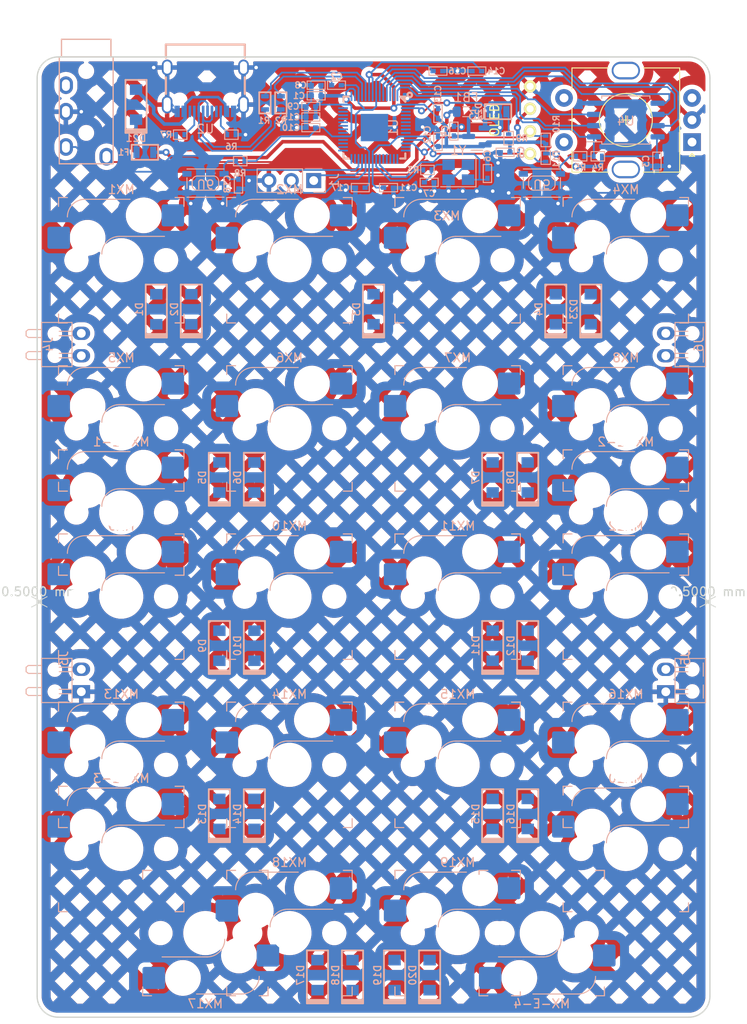
<source format=kicad_pcb>
(kicad_pcb (version 20211014) (generator pcbnew)
  (layers (0 "F.Cu" signal) (31 "B.Cu" signal) (34 "B.Paste" user) (35 "F.Paste" user) (36 "B.SilkS" user "B.Silkscreen") (37 "F.SilkS" user "F.Silkscreen") (38 "B.Mask" user) (39 "F.Mask" user) (44 "Edge.Cuts" user))
  (net 0 "")
  (net 1 "GND")
  (net 2 "+3V3")
  (net 3 "+1V1")
  (net 4 "+5V")
  (net 5 "OSC_OUT")
  (net 6 "OSC_IN")
  (net 7 "RUN")
  (net 8 "ROW0")
  (net 9 "ROW1")
  (net 10 "ROW2")
  (net 11 "ROW3")
  (net 12 "ROW4")
  (net 13 "VBUS")
  (net 14 "Net-(D22-Pad2)")
  (net 15 "USER_LED")
  (net 16 "Net-(F1-Pad2)")
  (net 17 "SWD")
  (net 18 "SWCLK")
  (net 19 "COL3")
  (net 20 "COL0")
  (net 21 "COL2")
  (net 22 "COL1")
  (net 23 "USB+")
  (net 24 "USB_MCU+")
  (net 25 "USB-")
  (net 26 "USB_MCU-")
  (net 27 "XOUT_MCU")
  (net 28 "QSPI_SS")
  (net 29 "Net-(R5-Pad2)")
  (net 30 "CC2")
  (net 31 "CC1")
  (net 39 "SDA")
  (net 40 "SCL")
  (net 41 "CLM8")
  (net 42 "CLM9")
  (net 43 "CLM10")
  (net 44 "CLM1")
  (net 45 "CLM2")
  (net 46 "CLM3")
  (net 47 "CLM6")
  (net 48 "CLM11")
  (net 50 "CLM12")
  (net 51 "CLM13")
  (net 52 "ROW5")
  (net 53 "QSPI_SD3")
  (net 54 "QSPI_SCLK")
  (net 55 "QSPI_SD0")
  (net 56 "QSPI_SD2")
  (net 57 "QSPI_SD1")
  (net 58 "Net-(D12-Pad2)")
  (net 59 "Net-(D13-Pad2)")
  (net 60 "Net-(D14-Pad2)")
  (net 61 "Net-(D15-Pad2)")
  (net 62 "Net-(D16-Pad2)")
  (net 63 "Net-(D17-Pad2)")
  (net 64 "Net-(D18-Pad2)")
  (net 65 "Net-(D19-Pad2)")
  (net 66 "Net-(D20-Pad2)")
  (net 67 "Net-(D1-Pad2)")
  (net 68 "Net-(D2-Pad2)")
  (net 69 "Net-(D3-Pad2)")
  (net 70 "Net-(D4-Pad2)")
  (net 71 "Net-(D5-Pad2)")
  (net 72 "Net-(D6-Pad2)")
  (net 73 "Net-(D7-Pad2)")
  (net 74 "Net-(D8-Pad2)")
  (net 75 "Net-(D9-Pad2)")
  (net 76 "Net-(D10-Pad2)")
  (net 77 "Net-(D11-Pad2)")
  (net 78 "Net-(D21-Pad1)")
  (net 81 "Net-(D23-Pad2)")
  (net 82 "encB")
  (net 83 "encA")
  (footprint "Switch_Keyboard_Hotswap_Kailh:SW_Hotswap_Kailh_MX_1.00u_Extras" (layer "F.Cu") (at 49.2125 115.09375)
    (fp_text reference "MX-E-3")
    (fp_text value "MX-2U")
  )
  (footprint "Switch_Keyboard_Hotswap_Kailh:SW_Hotswap_Kailh_MX_1.00u_Modified" (layer "F.Cu") (at 49.2125 67.46875)
    (fp_text reference "MX5")
    (fp_text value "MX-1U")
  )
  (footprint "Switch_Keyboard_Hotswap_Kailh:SW_Hotswap_Kailh_MX_1.00u_Modified" (layer "F.Cu") (at 87.3125 105.56875)
    (fp_text reference "MX15")
    (fp_text value "MX-1U")
  )
  (footprint "Switch_Keyboard_Hotswap_Kailh:SW_Hotswap_Kailh_MX_1.00u_Modified" (layer "F.Cu") (at 49.2125 86.51875)
    (fp_text reference "MX9")
    (fp_text value "MX-1U")
  )
  (footprint "Switch_Keyboard_Hotswap_Kailh:SW_Hotswap_Kailh_MX_1.00u_Extras" (layer "F.Cu") (at 106.3625 76.99375)
    (fp_text reference "MX-E-2")
    (fp_text value "MX-2U")
  )
  (footprint "Switch_Keyboard_Hotswap_Kailh:SW_Hotswap_Kailh_MX_1.00u_Extras" (layer "F.Cu") (at 49.2125 76.99375)
    (fp_text reference "MX-E-1")
    (fp_text value "MX-2U")
  )
  (footprint "Switch_Keyboard_Hotswap_Kailh:SW_Hotswap_Kailh_MX_1.00u_Modified" (layer "F.Cu") (at 87.3125 48.41875)
    (fp_text reference "MX3")
    (fp_text value "MX-1U")
  )
  (footprint "Switch_Keyboard_Hotswap_Kailh:SW_Hotswap_Kailh_MX_1.00u_Modified" (layer "F.Cu") (at 68.2625 67.46875)
    (fp_text reference "MX6")
    (fp_text value "MX-1U")
  )
  (footprint "Switch_Keyboard_Hotswap_Kailh:SW_Hotswap_Kailh_MX_1.00u_Modified" (layer "F.Cu") (at 68.2625 48.41875)
    (fp_text reference "MX2")
    (fp_text value "MX-1U")
  )
  (footprint "Switch_Keyboard_Hotswap_Kailh:SW_Hotswap_Kailh_MX_1.00u_Extras" (layer "F.Cu") (at 96.8375 124.61875 180)
    (fp_text reference "MX-E-4")
    (fp_text value "MX-2U")
  )
  (footprint "Switch_Keyboard_Hotswap_Kailh:SW_Hotswap_Kailh_MX_1.00u_Modified" (layer "F.Cu") (at 68.2625 105.56875)
    (fp_text reference "MX14")
    (fp_text value "MX-1U")
  )
  (footprint "Switch_Keyboard_Hotswap_Kailh:SW_Hotswap_Kailh_MX_1.00u_Modified" (layer "F.Cu") (at 87.3125 86.51875)
    (fp_text reference "MX11")
    (fp_text value "MX-1U")
  )
  (footprint "Switch_Keyboard_Hotswap_Kailh:SW_Hotswap_Kailh_MX_1.00u_Extras" (layer "F.Cu") (at 58.7375 124.61875 180)
    (fp_text reference "MX17")
    (fp_text value "MX-2U")
  )
  (footprint "Switch_Keyboard_Hotswap_Kailh:SW_Hotswap_Kailh_MX_1.00u_Modified" (layer "F.Cu") (at 106.3625 105.56875)
    (fp_text reference "MX16")
    (fp_text value "MX-1U")
  )
  (footprint "Switch_Keyboard_Hotswap_Kailh:SW_Hotswap_Kailh_MX_1.00u_Modified" (layer "F.Cu") (at 106.3625 86.51875)
    (fp_text reference "MX12")
    (fp_text value "MX-1U")
  )
  (footprint "Switch_Keyboard_Hotswap_Kailh:SW_Hotswap_Kailh_MX_1.00u_Modified" (layer "F.Cu") (at 68.2625 124.61875)
    (fp_text reference "MX18")
    (fp_text value "MX-1U")
  )
  (footprint "Switch_Keyboard_Hotswap_Kailh:SW_Hotswap_Kailh_MX_1.00u_Modified" (layer "F.Cu") (at 68.2625 86.51875)
    (fp_text reference "MX10")
    (fp_text value "MX-1U")
  )
  (footprint "Keebio-Parts:RotaryEncoder_EC11" (layer "F.Cu") (at 106.3625 32.54375 180)
    (fp_text reference "SW1")
    (fp_text value "RotaryEncoder_Switch")
  )
  (footprint "Switch_Keyboard_Hotswap_Kailh:SW_Hotswap_Kailh_MX_1.00u_Modified" (layer "F.Cu") (at 106.3625 67.46875)
    (fp_text reference "MX8")
    (fp_text value "MX-1U")
  )
  (footprint "Switch_Keyboard_Hotswap_Kailh:SW_Hotswap_Kailh_MX_1.00u_Modified" (layer "F.Cu") (at 87.3125 67.46875)
    (fp_text reference "MX7")
    (fp_text value "MX-1U")
  )
  (footprint "Switch_Keyboard_Hotswap_Kailh:SW_Hotswap_Kailh_MX_1.00u_Modified" (layer "F.Cu") (at 87.3125 124.61875)
    (fp_text reference "MX19")
    (fp_text value "MX-1U")
  )
  (footprint "Switch_Keyboard_Hotswap_Kailh:SW_Hotswap_Kailh_MX_1.00u_Modified" (layer "F.Cu") (at 106.3625 48.41875)
    (fp_text reference "MX4")
    (fp_text value "MX-1U")
  )
  (footprint "kbd:OLED_v2" (layer "F.Cu") (at 95.5175 32.54375 90)
    (fp_text reference "OL1")
    (fp_text value "OLED" hide)
  )
  (footprint "Switch_Keyboard_Hotswap_Kailh:SW_Hotswap_Kailh_MX_1.00u_Modified" (layer "F.Cu") (at 49.2125 48.41875)
    (fp_text reference "MX1")
    (fp_text value "MX-1U")
  )
  (footprint "Switch_Keyboard_Hotswap_Kailh:SW_Hotswap_Kailh_MX_1.00u_Modified" (layer "F.Cu") (at 49.2125 105.56875)
    (fp_text reference "MX13")
    (fp_text value "MX-1U")
  )
  (footprint "Switch_Keyboard_Hotswap_Kailh:SW_Hotswap_Kailh_MX_1.00u_Extras" (layer "F.Cu") (at 106.3625 115.09375)
    (fp_text reference "MX20")
    (fp_text value "MX-2U")
  )
  (footprint "Inductor_SMD:L_0805_2012Metric" (layer "B.Cu") (at 88.2875 31.6)
    (fp_text reference "FB1")
    (fp_text value "100@100MHz")
  )
  (footprint "Keebio-Parts:D_SOD123" (layer "B.Cu") (at 64.29375 111.125 90)
    (fp_text reference "D14")
    (fp_text value "1N4148W" hide)
  )
  (footprint "Keebio-Parts:C_0402" (layer "B.Cu") (at 70.6875 33.4 180)
    (fp_text reference "C10")
    (fp_text value "100nF")
  )
  (footprint "Keebio-Parts:D_SOD123" (layer "B.Cu") (at 98.425 53.975 90)
    (fp_text reference "D4")
    (fp_text value "1N4148W" hide)
  )
  (footprint "Keebio-Parts:D_SOD123" (layer "B.Cu") (at 95.25 73.025 90)
    (fp_text reference "D8")
    (fp_text value "1N4148W" hide)
  )
  (footprint "Extras:1x02_2.54_Pogo Male GND" (layer "B.Cu") (at 40.1875 93.51375)
    (fp_text reference "J3")
    (fp_text value "POGOm1")
  )
  (footprint "Keebio-Parts:R_0805" (layer "B.Cu") (at 91.8875 31.6)
    (fp_text reference "D22")
    (fp_text value "Power LED (Blue)")
  )
  (footprint "Keebio-Parts:C_0402" (layer "B.Cu") (at 70.6875 32.2 180)
    (fp_text reference "C15")
    (fp_text value "100nF")
  )
  (footprint "Keebio-Parts:C_0402" (layer "B.Cu") (at 86.8875 33.8 90)
    (fp_text reference "C4")
    (fp_text value "1uF")
  )
  (footprint "Keebio-Parts:D_SOD123" (layer "B.Cu") (at 102.39375 53.975 90)
    (fp_text reference "D23")
    (fp_text value "1N4148W" hide)
  )
  (footprint "Keebio-Parts:C_0402" (layer "B.Cu") (at 76.2875 40.2 180)
    (fp_text reference "C17")
    (fp_text value "100nF")
  )
  (footprint "Keebio-Parts:D_SOD123" (layer "B.Cu") (at 64.29375 92.075 90)
    (fp_text reference "D10")
    (fp_text value "1N4148W" hide)
  )
  (footprint "Keebio-Parts:D_SOD123" (layer "B.Cu") (at 91.28125 111.125 90)
    (fp_text reference "D15")
    (fp_text value "1N4148W" hide)
  )
  (footprint "Keebio-Parts:D_SOD123" (layer "B.Cu") (at 95.25 92.075 90)
    (fp_text reference "D12")
    (fp_text value "1N4148W" hide)
  )
  (footprint "Keebio-Parts:D_SOD123" (layer "B.Cu") (at 53.18125 53.975 90)
    (fp_text reference "D1")
    (fp_text value "1N4148W" hide)
  )
  (footprint "Keebio-Parts:D_SOD123" (layer "B.Cu") (at 77.7875 53.975 90)
    (fp_text reference "D3")
    (fp_text value "1N4148W" hide)
  )
  (footprint "Keebio-Parts:R_0402" (layer "B.Cu") (at 103.1875 36.65 180)
    (fp_text reference "R4")
    (fp_text value "10k ohm")
  )
  (footprint "Package_TO_SOT_SMD:SOT-23" (layer "B.Cu") (at 89.4875 34.4 180)
    (fp_text reference "U3")
    (fp_text value "XC6206PxxxMR")
  )
  (footprint "Extras:3x4x2.5mm Micro Switch" (layer "B.Cu") (at 96.8375 39.6875)
    (fp_text reference "U5")
    (fp_text value "USB Boot")
  )
  (footprint "Keebio-Parts:R_0402" (layer "B.Cu") (at 93.0875 34.6 90)
    (fp_text reference "R9")
    (fp_text value "1k5 ohm")
  )
  (footprint "Keebio-Parts:R_0402" (layer "B.Cu") (at 97.2875 36.8 -90)
    (fp_text reference "R11")
    (fp_text value "4.7k")
  )
  (footprint "Extras:rp2040" (layer "B.Cu") (at 77.8875 33.4 180)
    (fp_text reference "U1")
    (fp_text value "RP2040")
  )
  (footprint "Keebio-Parts:R_0402" (layer "B.Cu") (at 55.8875 34.2 180)
    (fp_text reference "R7")
    (fp_text value "5.1k")
  )
  (footprint "Keebio-Parts:D_SOD123" (layer "B.Cu") (at 50.8875 30.8 90)
    (fp_text reference "D21")
    (fp_text value "Schottky 5819W" hide)
  )
  (footprint "Keebio-Parts:D_SOD123" (layer "B.Cu") (at 71.4375 129.38125 90)
    (fp_text reference "D17")
    (fp_text value "1N4148W" hide)
  )
  (footprint "Keebio-Parts:D_SOD123" (layer "B.Cu") (at 75.40625 129.38125 90)
    (fp_text reference "D18")
    (fp_text value "1N4148W" hide)
  )
  (footprint "Keebio-Parts:D_SOD123" (layer "B.Cu") (at 60.325 92.075 90)
    (fp_text reference "D9")
    (fp_text value "1N4148W" hide)
  )
  (footprint "Keebio-Parts:D_SOD123" (layer "B.Cu") (at 84.1375 129.38125 90)
    (fp_text reference "D20")
    (fp_text value "1N4148W" hide)
  )
  (footprint "Keebio-Parts:C_0402" (layer "B.Cu") (at 85.0875 31.8 90)
    (fp_text reference "C13")
    (fp_text value "100nF")
  )
  (footprint "Keebio-Parts:D_SOD123" (layer "B.Cu") (at 60.325 73.025 90)
    (fp_text reference "D5")
    (fp_text value "1N4148W" hide)
  )
  (footprint "Keebio-Parts:C_0402" (layer "B.Cu") (at 71.2875 28.6 180)
    (fp_text reference "C8")
    (fp_text value "100nF")
  )
  (footprint "Extras:1x02_2.54_Pogo Female" (layer "B.Cu") (at 115.3875 55.47)
    (fp_text reference "J6")
    (fp_text value "POGOf2")
  )
  (footprint "Keebio-Parts:C_0402" (layer "B.Cu") (at 73.5875 28.6 180)
    (fp_text reference "C2")
    (fp_text value "1uF")
  )
  (footprint "Keebio-Parts:Fuse_0805" (layer "B.Cu") (at 51.8875 36.2)
    (fp_text reference "F1")
    (fp_text value "TLC_PSMD050")
  )
  (footprint "Keebio-Parts:R_0402" (layer "B.Cu") (at 83.8875 38.2 180)
    (fp_text reference "R3")
    (fp_text value "1k ohm")
  )
  (footprint "Keebio-Parts:R_0402" (layer "B.Cu") (at 101.1875 36.65 180)
    (fp_text reference "R5")
    (fp_text value "1k ohm")
  )
  (footprint "Keebio-Parts:C_0402" (layer "B.Cu") (at 84.0875 39.6)
    (fp_text reference "C7")
    (fp_text value "30pF")
  )
  (footprint "Keebio-Parts:R_0603" (layer "B.Cu") (at 65.4875 30.6 -90)
    (fp_text reference "R1")
    (fp_text value "27 ohm")
  )
  (footprint "Keebio-Parts:R_0402" (layer "B.Cu") (at 97.2875 34.8 90)
    (fp_text reference "R10")
    (fp_text value "4.7k")
  )
  (footprint "Keebio-Parts:C_0402" (layer "B.Cu") (at 85.0875 27)
    (fp_text reference "C16")
    (fp_text value "100nF")
  )
  (footprint "Keebio-Parts:D_SOD123" (layer "B.Cu") (at 64.29375 73.025 90)
    (fp_text reference "D6")
    (fp_text value "1N4148W" hide)
  )
  (footprint "Keebio-Parts:R_0402" (layer "B.Cu") (at 62.6875 37.2)
    (fp_text reference "R8")
    (fp_text value "10k ohm")
  )
  (footprint "Keebio-Parts:D_SOD123" (layer "B.Cu") (at 91.28125 92.075 90)
    (fp_text reference "D11")
    (fp_text value "1N4148W" hide)
  )
  (footprint "Keebio-Parts:D_SOD123" (layer "B.Cu") (at 60.325 111.125 90)
    (fp_text reference "D13")
    (fp_text value "1N4148W" hide)
  )
  (footprint "Keebio-Parts:C_0402" (layer "B.Cu") (at 90.6875 38.6 90)
    (fp_text reference "C6")
    (fp_text value "30pF")
  )
  (footprint "Keebio-Parts:D_SOD123" (layer "B.Cu") (at 80.16875 129.38125 90)
    (fp_text reference "D19")
    (fp_text value "1N4148W" hide)
  )
  (footprint "Keebio-Parts:C_0402" (layer "B.Cu") (at 85.0875 35 90)
    (fp_text reference "C12")
    (fp_text value "100nF")
  )
  (footprint "Keebio-Parts:C_0402" (layer "B.Cu") (at 92.6875 36.2 180)
    (fp_text reference "C5")
    (fp_text value "1uF")
  )
  (footprint "Connector_PinHeader_2.54mm:PinHeader_1x03_P2.54mm_Vertical" (layer "B.Cu") (at 71.0125 39.4 90)
    (fp_text reference "J1")
    (fp_text value "Conn_01x03")
  )
  (footprint "Crystal:Crystal_SMD_3225-4Pin_3.2x2.5mm" (layer "B.Cu") (at 87.3875 38.45 180)
    (fp_text reference "Y1")
    (fp_text value "12MHz - 20pF")
  )
  (footprint "Keebio-Parts:D_SOD123" (layer "B.Cu") (at 57.15 53.975 90)
    (fp_text reference "D2")
    (fp_text value "1N4148W" hide)
  )
  (footprint "Extras:3x4x2.5mm Micro Switch" (layer "B.Cu") (at 58.7375 39.6875)
    (fp_text reference "U6")
    (fp_text value "Reset")
  )
  (footprint "Keebio-Parts:R_0603" (layer "B.Cu") (at 67.2875 30.6 -90)
    (fp_text reference "R2")
    (fp_text value "27 ohm")
  )
  (footprint "Keebio-Parts:D_SOD123" (layer "B.Cu") (at 95.25 111.125 90)
    (fp_text reference "D16")
    (fp_text value "1N4148W" hide)
  )
  (footprint "Extras:1x02_2.54_Pogo Male" (layer "B.Cu") (at 40.1875 55.47)
    (fp_text reference "J4")
    (fp_text value "POGOm2")
  )
  (footprint "Keebio-Parts:C_0402" (layer "B.Cu") (at 79.4875 40.2)
    (fp_text reference "C11")
    (fp_text value "100nF")
  )
  (footprint "Keebio-Parts:C_0402" (layer "B.Cu") (at 62.4875 39.8 -90)
    (fp_text reference "C18")
    (fp_text value "0.1 uF")
  )
  (footprint "Keebio-Parts:TRRS-PJ-320A" (layer "B.Cu") (at 45.24375 25.4 180)
    (fp_text reference "U7")
    (fp_text value "TRRS")
  )
  (footprint "Keebio-Parts:D_SOD123" (layer "B.Cu") (at 91.28125 73.025 90)
    (fp_text reference "D7")
    (fp_text value "1N4148W" hide)
  )
  (footprint "Keebio-Parts:C_0402" (layer "B.Cu") (at 89.4875 27 180)
    (fp_text reference "C14")
    (fp_text value "100nF")
  )
  (footprint "Keebio-Parts:C_0402" (layer "B.Cu") (at 70.6875 31 180)
    (fp_text reference "C9")
    (fp_text value "100nF")
  )
  (footprint "Keebio-Parts:R_0402" (layer "B.Cu") (at 61.6875 34.2)
    (fp_text reference "R6")
    (fp_text value "5.1k")
  )
  (footprint "Extras:1x02_2.54_Pogo Female GND" (layer "B.Cu") (at 115.3875 93.50375)
    (fp_text reference "J5")
    (fp_text value "POGOf1")
  )
  (footprint "Package_SO:SOIC-8_5.23x5.23mm_P1.27mm" (layer "B.Cu") (at 106.3625 32.54375)
    (fp_text reference "U4")
    (fp_text value "W25Q128JVS")
  )
  (footprint "Keebio-Parts:C_0402" (layer "B.Cu") (at 71.2875 29.8 180)
    (fp_text reference "C1")
    (fp_text value "1uF")
  )
  (footprint "Extras:simple-usb-c" (layer "B.Cu") (at 58.7375 27.78125)
    (fp_text reference "U2")
    (fp_text value "TYPE-C-31-M-12")
  )
  (footprint "Keebio-Parts:C_0402" (layer "B.Cu") (at 109.8875 37.2 -90)
    (fp_text reference "C3")
    (fp_text value "0.1 uF")
  )
  (gr_line (start 115.8875 84.93125) (end 115.8875 131.7625) (layer "Edge.Cuts") (width 0.15))
  (gr_line (start 113.50625 134.14375) (end 42.06875 134.14375) (layer "Edge.Cuts") (width 0.15))
  (gr_line (start 113.50625 25.4) (end 42.06875 25.4) (layer "Edge.Cuts") (width 0.15))
  (gr_arc (start 42.06875 134.14375) (mid 40.384934 133.446301) (end 39.6875 131.7625) (layer "Edge.Cuts") (width 0.15))
  (gr_arc (start 115.8875 131.7625) (mid 115.19003 133.446266) (end 113.50625 134.14375) (layer "Edge.Cuts") (width 0.15))
  (gr_line (start 39.6875 84.93125) (end 39.6875 27.78125) (layer "Edge.Cuts") (width 0.15))
  (gr_arc (start 39.6875 27.78125) (mid 40.384993 26.097493) (end 42.06875 25.4) (layer "Edge.Cuts") (width 0.15))
  (gr_line (start 39.6875 131.7625) (end 39.6875 84.93125) (layer "Edge.Cuts") (width 0.15))
  (gr_arc (start 113.50625 25.4) (mid 115.189986 26.097499) (end 115.8875 27.78125) (layer "Edge.Cuts") (width 0.15))
  (gr_line (start 115.8875 27.78125) (end 115.8875 84.93125) (layer "Edge.Cuts") (width 0.15))
  (dimension (type aligned) (layer "Edge.Cuts") (pts (xy 115.3875 88.10625) (xy 115.8875 88.10625)) (height -0.999999) (gr_text "0.5000 mm" (at 115.6375 85.956251) (layer "Edge.Cuts") (effects (font (size 1 1) (thickness 0.15)))) (format (units 3) (units_format 1) (precision 4)) (style (thickness 0.1) (arrow_length 1.27) (text_position_mode 0) (extension_height 0.58642) (extension_offset 0.5) keep_text_aligned))
  (dimension (type aligned) (layer "Edge.Cuts") (pts (xy 39.6875 88.10625) (xy 40.1875 88.10625)) (height -0.999999) (gr_text "0.5000 mm" (at 39.9375 85.956251) (layer "Edge.Cuts") (effects (font (size 1 1) (thickness 0.15)))) (format (units 3) (units_format 1) (precision 4)) (style (thickness 0.1) (arrow_length 1.27) (text_position_mode 0) (extension_height 0.58642) (extension_offset 0.5) keep_text_aligned))
  (segment (start 81.622737 31.616487) (end 83.34375 33.3375) (width 0.2) (layer "F.Cu") (net 1))
  (segment (start 81.622737 30.100424) (end 81.622737 31.616487) (width 0.2) (layer "F.Cu") (net 1))
  (via (at 84.6875 40.6) (size 0.8) (drill 0.4) (layers "F.Cu" "B.Cu") (net 1))
  (via (at 60.6875 42) (size 0.8) (drill 0.4) (layers "F.Cu" "B.Cu") (net 1))
  (via (at 69.0875 33.4) (size 0.8) (drill 0.4) (layers "F.Cu" "B.Cu") (net 1))
  (via (at 80.0875 41.2) (size 0.8) (drill 0.4) (layers "F.Cu" "B.Cu") (net 1))
  (via (at 54.0875 34.2) (size 0.8) (drill 0.4) (layers "F.Cu" "B.Cu") (net 1))
  (via (at 91.2875 40.6) (size 0.8) (drill 0.4) (layers "F.Cu" "B.Cu") (net 1))
  (via (at 63.2875 34.2) (size 0.8) (drill 0.4) (layers "F.Cu" "B.Cu") (net 1))
  (via (at 93.0875 40.8) (size 0.8) (drill 0.4) (layers "F.Cu" "B.Cu") (net 1))
  (via (at 74.6125 40.48125) (size 0.8) (drill 0.4) (layers "F.Cu" "B.Cu") (net 1))
  (via (at 111.2875 37.8) (size 0.8) (drill 0.4) (layers "F.Cu" "B.Cu") (net 1))
  (via (at 89.4875 40.6) (size 0.8) (drill 0.4) (layers "F.Cu" "B.Cu") (net 1))
  (via (at 63.6875 39.4) (size 0.8) (drill 0.4) (layers "F.Cu" "B.Cu") (net 1))
  (via (at 81.6875 40.2) (size 0.8) (drill 0.4) (layers "F.Cu" "B.Cu") (net 1))
  (via (at 44.6875 31.6) (size 0.8) (drill 0.4) (layers "F.Cu" "B.Cu") (net 1))
  (via (at 69.0875 32.2) (size 0.8) (drill 0.4) (layers "F.Cu" "B.Cu") (net 1))
  (via (at 64.4875 26.6) (size 0.8) (drill 0.4) (layers "F.Cu" "B.Cu") (net 1))
  (via (at 80.16875 33.3375) (size 0.8) (drill 0.4) (layers "F.Cu" "B.Cu") (net 1))
  (via (at 83.0875 40.6) (size 0.8) (drill 0.4) (layers "F.Cu" "B.Cu") (net 1))
  (via (at 81.622737 30.100424) (size 0.8) (drill 0.4) (layers "F.Cu" "B.Cu") (net 1))
  (via (at 87.2875 27) (size 0.8) (drill 0.4) (layers "F.Cu" "B.Cu") (net 1))
  (via (at 98.6875 42) (size 0.8) (drill 0.4) (layers "F.Cu" "B.Cu") (net 1))
  (via (at 87.8875 40.6) (size 0.8) (drill 0.4) (layers "F.Cu" "B.Cu") (net 1))
  (via (at 52.8875 26.6) (size 0.8) (drill 0.4) (layers "F.Cu" "B.Cu") (net 1))
  (via (at 69.4875 28.6) (size 0.8) (drill 0.4) (layers "F.Cu" "B.Cu") (net 1))
  (via (at 86.2875 40.6) (size 0.8) (drill 0.4) (layers "F.Cu" "B.Cu") (net 1))
  (via (at 92.0875 33.4) (size 0.8) (drill 0.4) (layers "F.Cu" "B.Cu") (net 1))
  (via (at 91.8875 37.4) (size 0.8) (drill 0.4) (layers "F.Cu" "B.Cu") (net 1))
  (via (at 87.7505 33.3375) (size 0.8) (drill 0.4) (layers "F.Cu" "B.Cu") (net 1))
  (via (at 83.34375 33.3375) (size 0.8) (drill 0.4) (layers "F.Cu" "B.Cu") (net 1))
  (via (at 91.8875 38.8) (size 0.8) (drill 0.4) (layers "F.Cu" "B.Cu") (net 1))
  (via (at 57.0875 42) (size 0.8) (drill 0.4) (layers "F.Cu" "B.Cu") (net 1))
  (segment (start 85.0875 31.2) (end 84.0875 30.2) (width 0.2) (layer "B.Cu") (net 1))
  (segment (start 88.8875 40.6) (end 89.4875 40.6) (width 0.4) (layer "B.Cu") (net 1))
  (segment (start 62.293279 31.565337) (end 63.061605 30.797011) (width 0.4) (layer "B.Cu") (net 1))
  (segment (start 87.663 33.25) (end 87.7505 33.3375) (width 0.2) (layer "B.Cu") (net 1))
  (segment (start 70.7375 29.8) (end 70.7375 30.4) (width 0.2) (layer "B.Cu") (net 1))
  (segment (start 111.2375 37.75) (end 111.2875 37.8) (width 0.2) (layer "B.Cu") (net 1))
  (segment (start 55.386471 31.565337) (end 55.179689 31.565337) (width 0.4) (layer "B.Cu") (net 1))
  (segment (start 55.179689 31.565337) (end 54.411363 30.797011) (width 0.4) (layer "B.Cu") (net 1))
  (segment (start 84.0875 30.2) (end 81.722313 30.2) (width 0.2) (layer "B.Cu") (net 1))
  (segment (start 98.6875 42) (end 98.954776 41.732724) (width 0.2) (layer "B.Cu") (net 1))
  (segment (start 73.0375 28.6) (end 73.0375 28.15) (width 0.2) (layer "B.Cu") (net 1))
  (segment (start 98.954776 41.732724) (end 98.954776 40.787371) (width 0.2) (layer "B.Cu") (net 1))
  (segment (start 89.4875 40.6) (end 90.4875 40.6) (width 0.4) (layer "B.Cu") (net 1))
  (segment (start 86.8875 33.25) (end 87.663 33.25) (width 0.2) (layer "B.Cu") (net 1))
  (segment (start 63.061605 30.797011) (end 63.061605 26.597112) (width 0.4) (layer "B.Cu") (net 1))
  (segment (start 91.8375 38.05) (end 91.8875 38) (width 0.4) (layer "B.Cu") (net 1))
  (segment (start 82.0875 40.6) (end 81.6875 40.2) (width 0.4) (layer "B.Cu") (net 1))
  (segment (start 91.2875 40.6) (end 91.8875 40) (width 0.4) (layer "B.Cu") (net 1))
  (segment (start 88.9375 27) (end 87.2875 27) (width 0.2) (layer "B.Cu") (net 1))
  (segment (start 64.484612 26.597112) (end 64.4875 26.6) (width 0.4) (layer "B.Cu") (net 1))
  (segment (start 84.6875 40.6) (end 83.6875 40.6) (width 0.4) (layer "B.Cu") (net 1))
  (segment (start 83.6875 40.6) (end 83.0875 40.6) (width 0.4) (layer "B.Cu") (net 1))
  (segment (start 84.225 33.3375) (end 83.34375 33.3375) (width 0.2) (layer "B.Cu") (net 1))
  (segment (start 56.654776 40.787371) (end 56.654776 41.567276) (width 0.2) (layer "B.Cu") (net 1))
  (segment (start 62.086497 31.565337) (end 62.293279 31.565337) (width 0.4) (layer "B.Cu") (net 1))
  (segment (start 91.8875 38.8) (end 91.8875 38) (width 0.4) (layer "B.Cu") (net 1))
  (segment (start 85.0875 34.45) (end 85.0875 34.2) (width 0.2) (layer "B.Cu") (net 1))
  (segment (start 86.2875 39.3) (end 86.5875 39.3) (width 0.2) (layer "B.Cu") (net 1))
  (segment (start 75.7375 40.2) (end 74.89375 40.2) (width 0.2) (layer "B.Cu") (net 1))
  (segment (start 70.1375 31) (end 70.1375 32.2) (width 0.2) (layer "B.Cu") (net 1))
  (segment (start 85.0875 34.2) (end 84.225 33.3375) (width 0.2) (layer "B.Cu") (net 1))
  (segment (start 87.2875 40.6) (end 87.6875 40.6) (width 0.4) (layer "B.Cu") (net 1))
  (segment (start 109.8875 37.75) (end 111.2375 37.75) (width 0.2) (layer "B.Cu") (net 1))
  (segment (start 56.654776 41.567276) (end 57.0875 42) (width 0.2) (layer "B.Cu") (net 1))
  (segment (start 90.4875 40.6) (end 91.2875 40.6) (width 0.4) (layer "B.Cu") (net 1))
  (segment (start 63.061605 26.597112) (end 64.484612 26.597112) (width 0.4) (layer "B.Cu") (net 1))
  (segment (start 72.9125 28.025) (end 70.8625 28.025) (width 0.2) (layer "B.Cu") (net 1))
  (segment (start 70.6875 28.2) (end 70.6875 28.55) (width 0.2) (layer "B.Cu") (net 1))
  (segment (start 88.2875 37.6) (end 88.4875 37.6) (width 0.2) (layer "B.Cu") (net 1))
  (segment (start 87.2875 27) (end 85.6375 27) (width 0.2) (layer "B.Cu") (net 1))
  (segment (start 94.754776 40.787371) (end 93.100129 40.787371) (width 0.2) (layer "B.Cu") (net 1))
  (segment (start 86.2875 40.6) (end 85.4875 40.6) (width 0.4) (layer "B.Cu") (net 1))
  (segment (start 85.0875 31.25) (end 85.0875 31.2) (width 0.2) (layer "B.Cu") (net 1))
  (segment (start 86.2875 40.6) (end 87.2875 40.6) (width 0.4) (layer "B.Cu") (net 1))
  (segment (start 60.854776 40.787371) (end 62.050129 40.787371) (width 0.2) (layer "B.Cu") (net 1))
  (segment (start 80.0375 40.2) (end 80.0375 41.15) (width 0.2) (layer "B.Cu") (net 1))
  (segment (start 60.854776 41.832724) (end 60.6875 42) (width 0.2) (layer "B.Cu") (net 1))
  (segment (start 86.5875 39.3) (end 88.2875 37.6) (width 0.2) (layer "B.Cu") (net 1))
  (segment (start 74.89375 40.2) (end 74.6125 40.48125) (width 0.2) (layer "B.Cu") (net 1))
  (segment (start 86.2875 39.3) (end 86.2875 40.6) (width 0.4) (layer "B.Cu") (net 1))
  (segment (start 55.4375 34.2) (end 54.0875 34.2) (width 0.2) (layer "B.Cu") (net 1))
  (segment (start 91.8875 38) (end 91.8875 37.4) (width 0.4) (layer "B.Cu") (net 1))
  (segment (start 65.9325 39.4) (end 63.6875 39.4) (width 0.2) (layer "B.Cu") (net 1))
  (segment (start 73.0375 28.15) (end 72.9125 28.025) (width 0.2) (layer "B.Cu") (net 1))
  (segment (start 70.7375 28.6) (end 70.7375 29.8) (width 0.2) (layer "B.Cu") (net 1))
  (segment (start 54.411363 30.797011) (end 54.411363 26.597112) (width 0.4) (layer "B.Cu") (net 1))
  (segment (start 92.0375 33.45) (end 92.0875 33.4) (width 0.2) (layer "B.Cu") (net 1))
  (segment (start 69.0875 33.4) (end 70.1375 33.4) (width 0.2) (layer "B.Cu") (net 1))
  (segment (start 52.890388 26.597112) (end 52.8875 26.6) (width 0.4) (layer "B.Cu") (net 1))
  (segment (start 62.050129 40.787371) (end 62.4875 40.35) (width 0.2) (layer "B.Cu") (net 1))
  (segment (start 106.850129 40.787371) (end 109.8875 37.75) (width 0.2) (layer "B.Cu") (net 1))
  (segment (start 82.6875 40.6) (end 82.0875 40.6) (width 0.4) (layer "B.Cu") (net 1))
  (segment (start 81.722313 30.2) (end 81.622737 30.100424) (width 0.2) (layer "B.Cu") (net 1))
  (segment (start 42.94375 31.6) (end 44.6875 31.6) (width 0.2) (layer "B.Cu") (net 1))
  (segment (start 70.7375 28.6) (end 69.4875 28.6) (width 0.2) (layer "B.Cu") (net 1))
  (segment (start 85.4875 40.6) (end 84.6875 40.6) (width 0.4) (layer "B.Cu") (net 1))
  (segment (start 54.411363 26.597112) (end 52.890388 26.597112) (width 0.4) (layer "B.Cu") (net 1))
  (segment (start 93.100129 40.787371) (end 93.0875 40.8) (width 0.2) (layer "B.Cu") (net 1))
  (segment (start 70.8625 28.025) (end 70.6875 28.2) (width 0.2) (layer "B.Cu") (net 1))
  (segment (start 60.854776 40.787371) (end 60.854776 41.832724) (width 0.2) (layer "B.Cu") (net 1))
  (segment (start 87.6875 40.6) (end 87.8875 40.6) (width 0.4) (layer "B.Cu") (net 1))
  (segment (start 90.425 33.45) (end 92.0375 33.45) (width 0.2) (layer "B.Cu") (net 1))
  (segment (start 87.8875 40.6) (end 88.8875 40.6) (width 0.4) (layer "B.Cu") (net 1))
  (segment (start 80.0375 41.15) (end 80.0875 41.2) (width 0.2) (layer "B.Cu") (net 1))
  (segment (start 90.6875 38.05) (end 91.8375 38.05) (width 0.4) (layer "B.Cu") (net 1))
  (segment (start 70.1375 32.2) (end 69.0875 32.2) (width 0.2) (layer "B.Cu") (net 1))
  (segment (start 83.0875 40.6) (end 82.6875 40.6) (width 0.4) (layer "B.Cu") (net 1))
  (segment (start 62.1375 34.2) (end 63.2875 34.2) (width 0.2) (layer "B.Cu") (net 1))
  (segment (start 91.8875 40) (end 91.8875 38.8) (width 0.4) (layer "B.Cu") (net 1))
  (segment (start 98.954776 40.787371) (end 106.850129 40.787371) (width 0.2) (layer "B.Cu") (net 1))
  (segment (start 70.6875 28.55) (end 70.7375 28.6) (width 0.2) (layer "B.Cu") (net 1))
  (segment (start 70.7375 30.4) (end 70.1375 31) (width 0.2) (layer "B.Cu") (net 1))
  (segment (start 80.0875 31.2) (end 75.6875 31.2) (width 0.4) (layer "F.Cu") (net 2))
  (segment (start 94.0875 33.4) (end 94.0875 32.70375) (width 0.4) (layer "F.Cu") (net 2))
  (segment (start 77.2875 27.4) (end 78.6875 27.4) (width 0.4) (layer "F.Cu") (net 2))
  (segment (start 75.6875 31.2) (end 74.6875 30.2) (width 0.4) (layer "F.Cu") (net 2))
  (segment (start 98.4875 36.4) (end 99.8875 37.8) (width 0.4) (layer "F.Cu") (net 2))
  (segment (start 99.8875 37.8) (end 100.6875 37.8) (width 0.4) (layer "F.Cu") (net 2))
  (segment (start 80.0875 28.8) (end 80.0875 31.2) (width 0.4) (layer "F.Cu") (net 2))
  (segment (start 78.6875 27.4) (end 80.0875 28.8) (width 0.4) (layer "F.Cu") (net 2))
  (segment (start 94.0875 32.70375) (end 95.5175 31.27375) (width 0.4) (layer "F.Cu") (net 2))
  (via (at 74.6875 30.2) (size 0.8) (drill 0.4) (layers "F.Cu" "B.Cu") (net 2))
  (via (at 77.2875 27.4) (size 0.8) (drill 0.4) (layers "F.Cu" "B.Cu") (net 2))
  (via (at 100.6875 37.8) (size 0.8) (drill 0.4) (layers "F.Cu" "B.Cu") (net 2))
  (via (at 94.0875 33.4) (size 0.8) (drill 0.4) (layers "F.Cu" "B.Cu") (net 2))
  (via (at 80.0875 31.2) (size 0.8) (drill 0.4) (layers "F.Cu" "B.Cu") (net 2))
  (via (at 98.4875 36.4) (size 0.8) (drill 0.4) (layers "F.Cu" "B.Cu") (net 2))
  (segment (start 72.0875 33.4) (end 73.0875 34.4) (width 0.2) (layer "B.Cu") (net 2))
  (segment (start 63.1375 37.2) (end 63.1375 36.875) (width 0.2) (layer "B.Cu") (net 2))
  (segment (start 97.0875 35.05) (end 97.2875 35.25) (width 0.4) (layer "B.Cu") (net 2))
  (segment (start 77.6875 39.45) (end 77.6875 39.8) (width 0.2) (layer "B.Cu") (net 2))
  (segment (start 74.287424 34.4) (end 74.2875 34.400076) (width 0.2) (layer "B.Cu") (net 2))
  (segment (start 103.2875 37.8) (end 103.6375 37.45) (width 0.4) (layer "B.Cu") (net 2))
  (segment (start 90.425 35.35) (end 90.225 35.55) (width 0.4) (layer "B.Cu") (net 2))
  (segment (start 84.8375 35.55) (end 85.0875 35.55) (width 0.2) (layer "B.Cu") (net 2))
  (segment (start 71.2375 31) (end 71.2375 32.2) (width 0.4) (layer "B.Cu") (net 2))
  (segment (start 81.437665 30.799924) (end 80.487576 30.799924) (width 0.2) (layer "B.Cu") (net 2))
  (segment (start 75.287551 29.849962) (end 74.737462 29.849962) (width 0.2) (layer "B.Cu") (net 2))
  (segment (start 77.687602 36.950038) (end 77.687602 36.100088) (width 0.2) (layer "B.Cu") (net 2))
  (segment (start 93.0875 35.05) (end 90.725 35.05) (width 0.4) (layer "B.Cu") (net 2))
  (segment (start 75.0875 29) (end 74.6875 29.4) (width 0.2) (layer "B.Cu") (net 2))
  (segment (start 77.2875 27.4) (end 78.688498 25.999002) (width 0.2) (layer "B.Cu") (net 2))
  (segment (start 98.4375 36.35) (end 98.4875 36.4) (width 0.4) (layer "B.Cu") (net 2))
  (segment (start 77.687602 39.449898) (end 77.6875 39.45) (width 0.2) (layer "B.Cu") (net 2))
  (segment (start 94.1375 35.05) (end 97.0875 35.05) (width 0.4) (layer "B.Cu") (net 2))
  (segment (start 75.687602 29.849962) (end 75.687602 29.200102) (width 0.2) (layer "B.Cu") (net 2))
  (segment (start 86.0375 35.55) (end 86.0375 33.3) (width 0.4) (layer "B.Cu") (net 2))
  (segment (start 74.2875 34.400076) (end 74.337132 34.400076) (width 0.2) (layer "B.Cu") (net 2))
  (segment (start 75.187284 30.799924) (end 75.28125 30.89389) (width 0.2) (layer "B.Cu") (net 2))
  (segment (start 74.6875 29.4) (end 74.6875 29.8) (width 0.2) (layer "B.Cu") (net 2))
  (segment (start 97.2875 36.35) (end 97.2875 35.25) (width 0.2) (layer "B.Cu") (net 2))
  (segment (start 78.688498 25.999002) (end 89.036502 25.999002) (width 0.2) (layer "B.Cu") (net 2))
  (segment (start 94.1375 35.05) (end 94.1375 33.45) (width 0.4) (layer "B.Cu") (net 2))
  (segment (start 83.537424 30.799924) (end 85.0875 32.35) (width 0.2) (layer "B.Cu") (net 2))
  (segment (start 63.1375 37.2) (end 64.4875 37.2) (width 0.2) (layer "B.Cu") (net 2))
  (segment (start 62.8625 36.6) (end 54.87745 36.6) (width 0.2) (layer "B.Cu") (net 2))
  (segment (start 80.487576 30.799924) (end 80.0875 31.2) (width 0.2) (layer "B.Cu") (net 2))
  (segment (start 80.587716 34.399873) (end 81.437665 34.399873) (width 0.2) (layer "B.Cu") (net 2))
  (segment (start 71.2375 33.4) (end 72.0875 33.4) (width 0.2) (layer "B.Cu") (net 2))
  (segment (start 75.4875 29) (end 75.0875 29) (width 0.2) (layer "B.Cu") (net 2))
  (segment (start 86.0375 35.55) (end 85.0875 35.55) (width 0.4) (layer "B.Cu") (net 2))
  (segment (start 73.0875 34.4) (end 74.287424 34.4) (width 0.2) (layer "B.Cu") (net 2))
  (segment (start 90.725 35.05) (end 90.425 35.35) (width 0.4) (layer "B.Cu") (net 2))
  (segment (start 54.87745 36.6) (end 53.07745 38.4) (width 0.2) (layer "B.Cu") (net 2))
  (segment (start 86.0375 33.3) (end 85.0875 32.35) (width 0.4) (layer "B.Cu") (net 2))
  (segment (start 83.687373 34.399873) (end 84.8375 35.55) (width 0.2) (layer "B.Cu") (net 2))
  (segment (start 109.8875 34.52375) (end 109.8875 36.65) (width 0.2) (layer "B.Cu") (net 2))
  (segment (start 71.8375 30.4) (end 71.2375 31) (width 0.4) (layer "B.Cu") (net 2))
  (segment (start 74.2875 29.8) (end 74.6875 30.2) (width 0.4) (layer "B.Cu") (net 2))
  (segment (start 74.6875 29.8) (end 74.6875 30.2) (width 0.2) (layer "B.Cu") (net 2))
  (segment (start 79.587716 35.399873) (end 80.587716 34.399873) (width 0.2) (layer "B.Cu") (net 2))
  (segment (start 93.2375 35.2) (end 93.0875 35.05) (width 0.4) (layer "B.Cu") (net 2))
  (segment (start 74.337335 30.799924) (end 71.437576 30.799924) (width 0.2) (layer "B.Cu") (net 2))
  (segment (start 74.337132 34.400076) (end 74.337335 34.399873) (width 0.2) (layer "B.Cu") (net 2))
  (segment (start 71.437576 30.799924) (end 71.2375 31) (width 0.2) (layer "B.Cu") (net 2))
  (segment (start 77.687602 36.950038) (end 77.687602 39.449898) (width 0.2) (layer "B.Cu") (net 2))
  (segment (start 94.1375 33.45) (end 94.0875 33.4) (width 0.4) (layer "B.Cu") (net 2))
  (segment (start 78.0875 40.2) (end 78.9375 40.2) (width 0.2) (layer "B.Cu") (net 2))
  (segment (start 75.187538 34.399873) (end 74.337335 34.399873) (width 0.2) (layer "B.Cu") (net 2))
  (segment (start 90.225 35.55) (end 86.0375 35.55) (width 0.4) (layer "B.Cu") (net 2))
  (segment (start 81.437665 30.799924) (end 83.537424 30.799924) (width 0.2) (layer "B.Cu") (net 2))
  (segment (start 77.6875 39.8) (end 78.0875 40.2) (width 0.2) (layer "B.Cu") (net 2))
  (segment (start 46.8875 38.4) (end 44.0875 35.6) (width 0.2) (layer "B.Cu") (net 2))
  (segment (start 103.6375 36.65) (end 109.8875 36.65) (width 0.2) (layer "B.Cu") (net 2))
  (segment (start 71.8375 28.6) (end 71.8375 29.8) (width 0.4) (layer "B.Cu") (net 2))
  (segment (start 74.337335 30.799924) (end 75.187284 30.799924) (width 0.2) (layer "B.Cu") (net 2))
  (segment (start 77.687602 27.800102) (end 77.687602 29.849962) (width 0.2) (layer "B.Cu") (net 2))
  (segment (start 53.07745 38.4) (end 46.8875 38.4) (width 0.2) (layer "B.Cu") (net 2))
  (segment (start 71.2375 33.65) (end 71.2375 33.4) (width 0.2) (layer "B.Cu") (net 2))
  (segment (start 103.6375 37.45) (end 103.6375 36.65) (width 0.4) (layer "B.Cu") (net 2))
  (segment (start 75.687602 29.200102) (end 75.4875 29) (width 0.2) (layer "B.Cu") (net 2))
  (segment (start 77.2875 27.4) (end 77.2875 27.05) (width 0.2) (layer "B.Cu") (net 2))
  (segment (start 100.6875 37.8) (end 103.2875 37.8) (width 0.4) (layer "B.Cu") (net 2))
  (segment (start 70.4875 34.4) (end 71.2375 33.65) (width 0.2) (layer "B.Cu") (net 2))
  (segment (start 75.28125 30.89389) (end 75.28125 34.306161) (width 0.2) (layer "B.Cu") (net 2))
  (segment (start 77.2875 27.4) (end 77.687602 27.800102) (width 0.2) (layer "B.Cu") (net 2))
  (segment (start 89.036502 25.999002) (end 90.0375 27) (width 0.2) (layer "B.Cu") (net 2))
  (segment (start 44.0875 35.6) (end 42.94375 35.6) (width 0.2) (layer "B.Cu") (net 2))
  (segment (start 75.28125 34.306161) (end 75.187538 34.399873) (width 0.2) (layer "B.Cu") (net 2))
  (segment (start 93.2375 36.2) (end 93.2375 35.2) (width 0.4) (layer "B.Cu") (net 2))
  (segment (start 67.2875 34.4) (end 70.4875 34.4) (width 0.2) (layer "B.Cu") (net 2))
  (segment (start 71.8375 29.8) (end 74.2875 29.8) (width 0.4) (layer "B.Cu") (net 2))
  (segment (start 64.4875 37.2) (end 67.2875 34.4) (width 0.2) (layer "B.Cu") (net 2))
  (segment (start 93.0875 35.05) (end 94.1375 35.05) (width 0.4) (layer "B.Cu") (net 2))
  (segment (start 97.2875 36.35) (end 98.4375 36.35) (width 0.4) (layer "B.Cu") (net 2))
  (segment (start 78.387817 35.399873) (end 79.587716 35.399873) (width 0.2) (layer "B.Cu") (net 2))
  (segment (start 74.737462 29.849962) (end 74.6875 29.8) (width 0.2) (layer "B.Cu") (net 2))
  (segment (start 81.437665 34.399873) (end 83.687373 34.399873) (width 0.2) (layer "B.Cu") (net 2))
  (segment (start 71.8375 29.8) (end 71.8375 30.4) (width 0.4) (layer "B.Cu") (net 2))
  (segment (start 77.687602 36.100088) (end 78.387817 35.399873) (width 0.2) (layer "B.Cu") (net 2))
  (segment (start 109.9625 34.44875) (end 109.8875 34.52375) (width 0.2) (layer "B.Cu") (net 2))
  (segment (start 63.1375 36.875) (end 62.8625 36.6) (width 0.2) (layer "B.Cu") (net 2))
  (segment (start 77.2875 27.4) (end 77.2875 29.6) (width 0.2) (layer "B.Cu") (net 2))
  (segment (start 76.087652 30.600152) (end 76.6875 31.2) (width 0.2) (layer "B.Cu") (net 3))
  (segment (start 75.78125 31.89375) (end 75.79375 31.89375) (width 0.2) (layer "B.Cu") (net 3))
  (segment (start 76.8875 40.2) (end 77.287551 39.799949) (width 0.2) (layer "B.Cu") (net 3))
  (segment (start 76.837335 35.649873) (end 77.287551 36.100089) (width 0.2) (layer "B.Cu") (net 3))
  (segment (start 76.087652 29.849962) (end 76.087652 30.600152) (width 0.2) (layer "B.Cu") (net 3))
  (segment (start 84.5375 27) (end 83.936502 26.399002) (width 0.2) (layer "B.Cu") (net 3))
  (segment (start 75.797062 28.6) (end 74.1375 28.6) (width 0.2) (layer "B.Cu") (net 3))
  (segment (start 78.087652 28.384563) (end 78.087652 29.849962) (width 0.2) (layer "B.Cu") (net 3))
  (segment (start 77.287551 36.950038) (end 77.287551 39.799949) (width 0.2) (layer "B.Cu") (net 3))
  (segment (start 76.2875 31.4) (end 76.6875 31.4) (width 0.2) (layer "B.Cu") (net 3))
  (segment (start 78.087652 30.999848) (end 78.087652 29.849962) (width 0.2) (layer "B.Cu") (net 3))
  (segment (start 77.6875 31.4) (end 78.087652 30.999848) (width 0.2) (layer "B.Cu") (net 3))
  (segment (start 76.28125 35.649873) (end 76.837335 35.649873) (width 0.2) (layer "B.Cu") (net 3))
  (segment (start 75.78125 31.89375) (end 75.78125 35.149873) (width 0.2) (layer "B.Cu") (net 3))
  (segment (start 77.287551 36.100089) (end 77.287551 36.950038) (width 0.2) (layer "B.Cu") (net 3))
  (segment (start 76.087652 29.849962) (end 76.087652 28.89059) (width 0.2) (layer "B.Cu") (net 3))
  (segment (start 76.8375 40.2) (end 76.8875 40.2) (width 0.2) (layer "B.Cu") (net 3))
  (segment (start 75.78125 35.149873) (end 76.28125 35.649873) (width 0.2) (layer "B.Cu") (net 3))
  (segment (start 76.6875 31.2) (end 76.6875 31.4) (width 0.2) (layer "B.Cu") (net 3))
  (segment (start 78.087449 28.38436) (end 78.087652 28.384563) (width 0.2) (layer "B.Cu") (net 3))
  (segment (start 76.6875 31.4) (end 77.6875 31.4) (width 0.2) (layer "B.Cu") (net 3))
  (segment (start 83.936502 26.399002) (end 79.688396 26.399002) (width 0.2) (layer "B.Cu") (net 3))
  (segment (start 76.087652 28.89059) (end 75.797062 28.6) (width 0.2) (layer "B.Cu") (net 3))
  (segment (start 75.79375 31.89375) (end 76.2875 31.4) (width 0.2) (layer "B.Cu") (net 3))
  (segment (start 78.087449 27.999949) (end 78.087449 28.38436) (width 0.2) (layer "B.Cu") (net 3))
  (segment (start 78.087652 29.849962) (end 78.087652 30.699912) (width 0.2) (layer "B.Cu") (net 3))
  (segment (start 79.688396 26.399002) (end 78.087449 27.999949) (width 0.2) (layer "B.Cu") (net 3))
  (segment (start 86.9375 34.4) (end 86.8875 34.35) (width 0.4) (layer "B.Cu") (net 4))
  (segment (start 89.35 31.6) (end 88.55 32.4) (width 0.4) (layer "B.Cu") (net 4))
  (segment (start 88.55 32.4) (end 88.55 34.4) (width 0.4) (layer "B.Cu") (net 4))
  (segment (start 88.55 34.4) (end 86.9375 34.4) (width 0.4) (layer "B.Cu") (net 4))
  (segment (start 78.487449 36.950038) (end 78.487449 37.634352) (width 0.2) (layer "B.Cu") (net 5))
  (segment (start 89.7875 39.3) (end 90.5375 39.3) (width 0.2) (layer "B.Cu") (net 5))
  (segment (start 85.4875 36.4) (end 89.1875 36.4) (width 0.2) (layer "B.Cu") (net 5))
  (segment (start 83.18125 37.30625) (end 84.58125 37.30625) (width 0.2) (layer "B.Cu") (net 5))
  (segment (start 79.853097 39) (end 81.4875 39) (width 0.2) (layer "B.Cu") (net 5))
  (segment (start 90.5375 39.3) (end 90.6875 39.15) (width 0.2) (layer "B.Cu") (net 5))
  (segment (start 89.7875 37) (end 89.7875 39.3) (width 0.2) (layer "B.Cu") (net 5))
  (segment (start 81.4875 39) (end 83.18125 37.30625) (width 0.2) (layer "B.Cu") (net 5))
  (segment (start 78.487449 37.634352) (end 79.853097 39) (width 0.2) (layer "B.Cu") (net 5))
  (segment (start 84.58125 37.30625) (end 85.4875 36.4) (width 0.2) (layer "B.Cu") (net 5))
  (segment (start 89.1875 36.4) (end 89.7875 37) (width 0.2) (layer "B.Cu") (net 5))
  (segment (start 88.4875 39.3) (end 89.7875 39.3) (width 0.2) (layer "B.Cu") (net 5))
  (segment (start 86.2875 37.6) (end 84.9375 37.6) (width 0.2) (layer "B.Cu") (net 6))
  (segment (start 84.3375 38.8) (end 84.3375 38.2) (width 0.2) (layer "B.Cu") (net 6))
  (segment (start 84.9375 37.6) (end 84.3375 38.2) (width 0.2) (layer "B.Cu") (net 6))
  (segment (start 83.5375 39.6) (end 84.3375 38.8) (width 0.2) (layer "B.Cu") (net 6))
  (segment (start 62.4875 39.25) (end 61.467405 39.25) (width 0.2) (layer "B.Cu") (net 7))
  (segment (start 62.2375 37.35) (end 63.0875 38.2) (width 0.2) (layer "B.Cu") (net 7))
  (segment (start 61.2875 37.2) (end 60.854776 37.632724) (width 0.2) (layer "B.Cu") (net 7))
  (segment (start 63.0875 38.2) (end 75.6875 38.2) (width 0.2) (layer "B.Cu") (net 7))
  (segment (start 60.854776 37.632724) (end 60.854776 38.637371) (width 0.2) (layer "B.Cu") (net 7))
  (segment (start 62.2375 37.2) (end 62.2375 37.35) (width 0.2) (layer "B.Cu") (net 7))
  (segment (start 75.6875 38.2) (end 76.087652 37.799848) (width 0.2) (layer "B.Cu") (net 7))
  (segment (start 76.087652 37.799988) (end 76.087652 36.950038) (width 0.2) (layer "B.Cu") (net 7))
  (segment (start 61.467405 39.25) (end 60.854776 38.637371) (width 0.2) (layer "B.Cu") (net 7))
  (segment (start 62.2375 37.2) (end 61.2875 37.2) (width 0.2) (layer "B.Cu") (net 7))
  (segment (start 56.43642 31.565337) (end 56.43642 32.415363) (width 0.4) (layer "B.Cu") (net 13))
  (segment (start 60.1875 29.95) (end 60.98642 30.74892) (width 0.3) (layer "B.Cu") (net 13))
  (segment (start 54.0875 33) (end 52.8875 31.8) (width 0.4) (layer "B.Cu") (net 13))
  (segment (start 56.486547 31.565337) (end 56.486547 30.725953) (width 0.3) (layer "B.Cu") (net 13))
  (segment (start 60.98642 30.74892) (end 60.98642 31.565337) (width 0.3) (layer "B.Cu") (net 13))
  (segment (start 55.851783 33) (end 54.0875 33) (width 0.4) (layer "B.Cu") (net 13))
  (segment (start 56.186573 31.565337) (end 56.486547 31.565337) (width 0.3) (layer "B.Cu") (net 13))
  (segment (start 57.2625 29.95) (end 60.1875 29.95) (width 0.3) (layer "B.Cu") (net 13))
  (segment (start 56.486547 30.725953) (end 57.2625 29.95) (width 0.3) (layer "B.Cu") (net 13))
  (segment (start 61.286649 31.565337) (end 60.98642 31.565337) (width 0.3) (layer "B.Cu") (net 13))
  (segment (start 52.8875 31.8) (end 52.8875 31.1) (width 0.4) (layer "B.Cu") (net 13))
  (segment (start 56.43642 32.415363) (end 55.851783 33) (width 0.4) (layer "B.Cu") (net 13))
  (segment (start 52.8875 31.1) (end 50.8875 29.1) (width 0.4) (layer "B.Cu") (net 13))
  (segment (start 93.0875 31.85) (end 92.8375 31.6) (width 0.2) (layer "B.Cu") (net 14))
  (segment (start 93.0875 34.15) (end 93.0875 31.85) (width 0.2) (layer "B.Cu") (net 14))
  (segment (start 84.4875 30.6) (end 83.588076 31.499424) (width 0.2) (layer "F.Cu") (net 15))
  (segment (start 83.588076 31.499424) (end 83.217878 31.499424) (width 0.2) (layer "F.Cu") (net 15))
  (segment (start 86.0875 30.6) (end 84.4875 30.6) (width 0.2) (layer "F.Cu") (net 15))
  (via (at 86.0875 30.6) (size 0.8) (drill 0.4) (layers "F.Cu" "B.Cu") (net 15))
  (via (at 83.217878 31.499424) (size 0.8) (drill 0.4) (layers "F.Cu" "B.Cu") (net 15))
  (segment (start 86.0875 30.6) (end 89.9375 30.6) (width 0.2) (layer "B.Cu") (net 15))
  (segment (start 81.437665 31.199975) (end 82.918429 31.199975) (width 0.2) (layer "B.Cu") (net 15))
  (segment (start 89.9375 30.6) (end 90.9375 31.6) (width 0.2) (layer "B.Cu") (net 15))
  (segment (start 82.918429 31.199975) (end 83.217878 31.499424) (width 0.2) (layer "B.Cu") (net 15))
  (segment (start 75.2875 38.2) (end 81.4875 38.2) (width 0.4) (layer "F.Cu") (net 16))
  (segment (start 72.0875 35) (end 75.2875 38.2) (width 0.4) (layer "F.Cu") (net 16))
  (segment (start 84.8875 34) (end 86.0875 32.8) (width 0.4) (layer "F.Cu") (net 16))
  (segment (start 54.2875 36.2) (end 54.8875 36.8) (width 0.4) (layer "F.Cu") (net 16))
  (segment (start 86.0875 32.8) (end 86.0875 32) (width 0.4) (layer "F.Cu") (net 16))
  (segment (start 54.8875 36.8) (end 65.6875 36.8) (width 0.4) (layer "F.Cu") (net 16))
  (segment (start 82.6875 37) (end 82.6875 35.6) (width 0.4) (layer "F.Cu") (net 16))
  (segment (start 82.6875 35.6) (end 84.2875 34) (width 0.4) (layer "F.Cu") (net 16))
  (segment (start 67.4875 35) (end 72.0875 35) (width 0.4) (layer "F.Cu") (net 16))
  (segment (start 65.6875 36.8) (end 67.4875 35) (width 0.4) (layer "F.Cu") (net 16))
  (segment (start 84.2875 34) (end 84.8875 34) (width 0.4) (layer "F.Cu") (net 16))
  (segment (start 81.4875 38.2) (end 82.6875 37) (width 0.4) (layer "F.Cu") (net 16))
  (via (at 54.2875 36.2) (size 0.8) (drill 0.4) (layers "F.Cu" "B.Cu") (net 16))
  (via (at 86.0875 32) (size 0.8) (drill 0.4) (layers "F.Cu" "B.Cu") (net 16))
  (segment (start 86.0875 32) (end 86.4875 31.6) (width 0.4) (layer "B.Cu") (net 16))
  (segment (start 52.8375 36.2) (end 54.2875 36.2) (width 0.4) (layer "B.Cu") (net 16))
  (segment (start 86.4875 31.6) (end 87.225 31.6) (width 0.4) (layer "B.Cu") (net 16))
  (segment (start 75.65292 38.8) (end 76.487449 37.965471) (width 0.2) (layer "B.Cu") (net 17))
  (segment (start 76.487449 36.950038) (end 76.487449 37.965471) (width 0.2) (layer "B.Cu") (net 17))
  (segment (start 76.487449 37.965471) (end 76.487652 37.965674) (width 0.2) (layer "B.Cu") (net 17))
  (segment (start 71.0125 39.4) (end 71.6125 38.8) (width 0.2) (layer "B.Cu") (net 17))
  (segment (start 71.6125 38.8) (end 75.65292 38.8) (width 0.2) (layer "B.Cu") (net 17))
  (segment (start 69.8725 40.8) (end 68.4725 39.4) (width 0.2) (layer "B.Cu") (net 18))
  (segment (start 76.8875 38.4) (end 76.8875 36.950038) (width 0.2) (layer "B.Cu") (net 18))
  (segment (start 76.0875 39.2) (end 73.8875 39.2) (width 0.2) (layer "B.Cu") (net 18))
  (segment (start 76.8875 38.4) (end 76.0875 39.2) (width 0.2) (layer "B.Cu") (net 18))
  (segment (start 72.2875 40.8) (end 69.8725 40.8) (width 0.2) (layer "B.Cu") (net 18))
  (segment (start 73.8875 39.2) (end 72.2875 40.8) (width 0.2) (layer "B.Cu") (net 18))
  (segment (start 58.8875 32.7) (end 59.251757 32.7) (width 0.2) (layer "B.Cu") (net 23))
  (segment (start 65.4875 32.025001) (end 65.4875 31.35) (width 0.2) (layer "B.Cu") (net 23))
  (segment (start 66.1625 33.2068) (end 66.1625 32.700001) (width 0.2) (layer "B.Cu") (net 23))
  (segment (start 59.251757 32.7) (end 59.486547 32.46521) (width 0.2) (layer "B.Cu") (net 23))
  (segment (start 58.486547 32.540338) (end 58.461483 32.565402) (width 0.2) (layer "B.Cu") (net 23))
  (segment (start 58.461483 34.355783) (end 59.6807 35.575) (width 0.2) (layer "B.Cu") (net 23))
  (segment (start 63.7943 35.575) (end 66.1625 33.2068) (width 0.2) (layer "B.Cu") (net 23))
  (segment (start 58.721083 32.7) (end 58.8875 32.7) (width 0.2) (layer "B.Cu") (net 23))
  (segment (start 59.486547 32.46521) (end 59.486547 31.565337) (width 0.2) (layer "B.Cu") (net 23))
  (segment (start 59.6807 35.575) (end 63.7943 35.575) (width 0.2) (layer "B.Cu") (net 23))
  (segment (start 66.1625 32.700001) (end 65.4875 32.025001) (width 0.2) (layer "B.Cu") (net 23))
  (segment (start 58.461483 32.565402) (end 58.461483 34.355783) (width 0.2) (layer "B.Cu") (net 23))
  (segment (start 58.486547 32.465464) (end 58.721083 32.7) (width 0.2) (layer "B.Cu") (net 23))
  (segment (start 58.486547 31.565337) (end 58.486547 32.540338) (width 0.2) (layer "B.Cu") (net 23))
  (segment (start 58.486547 31.565337) (end 58.486547 32.465464) (width 0.2) (layer "B.Cu") (net 23))
  (segment (start 75.910123 27.175) (end 76.8875 28.152377) (width 0.2) (layer "B.Cu") (net 24))
  (segment (start 76.8875 28.152377) (end 76.8875 29.849962) (width 0.2) (layer "B.Cu") (net 24))
  (segment (start 65.4875 29.85) (end 65.4875 29.65) (width 0.2) (layer "B.Cu") (net 24))
  (segment (start 67.3943 27.175) (end 75.910123 27.175) (width 0.2) (layer "B.Cu") (net 24))
  (segment (start 66.1625 28.975) (end 66.1625 28.4068) (width 0.2) (layer "B.Cu") (net 24))
  (segment (start 66.1625 28.4068) (end 67.3943 27.175) (width 0.2) (layer "B.Cu") (net 24))
  (segment (start 65.4875 29.65) (end 66.1625 28.975) (width 0.2) (layer "B.Cu") (net 24))
  (segment (start 57.98642 31.565337) (end 57.98642 32.540338) (width 0.2) (layer "B.Cu") (net 25))
  (segment (start 58.011483 34.542183) (end 59.4943 36.025) (width 0.2) (layer "B.Cu") (net 25))
  (segment (start 58.011484 32.565402) (end 58.011483 34.542183) (width 0.2) (layer "B.Cu") (net 25))
  (segment (start 58.251884 30.4) (end 58.72121 30.4) (width 0.2) (layer "B.Cu") (net 25))
  (segment (start 57.98642 32.540338) (end 58.011484 32.565402) (width 0.2) (layer "B.Cu") (net 25))
  (segment (start 58.72121 30.4) (end 58.98642 30.66521) (width 0.2) (layer "B.Cu") (net 25))
  (segment (start 57.98642 30.665464) (end 58.251884 30.4) (width 0.2) (layer "B.Cu") (net 25))
  (segment (start 57.98642 31.565337) (end 57.98642 30.665464) (width 0.2) (layer "B.Cu") (net 25))
  (segment (start 63.9807 36.025) (end 66.6125 33.3932) (width 0.2) (layer "B.Cu") (net 25))
  (segment (start 66.6125 32.700001) (end 67.2875 32.025001) (width 0.2) (layer "B.Cu") (net 25))
  (segment (start 66.6125 33.3932) (end 66.6125 32.700001) (width 0.2) (layer "B.Cu") (net 25))
  (segment (start 59.4943 36.025) (end 63.9807 36.025) (width 0.2) (layer "B.Cu") (net 25))
  (segment (start 67.2875 32.025001) (end 67.2875 31.35) (width 0.2) (layer "B.Cu") (net 25))
  (segment (start 58.98642 30.66521) (end 58.98642 31.565337) (width 0.2) (layer "B.Cu") (net 25))
  (segment (start 75.723723 27.625) (end 76.487449 28.388726) (width 0.2) (layer "B.Cu") (net 26))
  (segment (start 66.6125 28.975) (end 66.6125 28.5932) (width 0.2) (layer "B.Cu") (net 26))
  (segment (start 67.2875 29.65) (end 66.6125 28.975) (width 0.2) (layer "B.Cu") (net 26))
  (segment (start 76.487449 28.388726) (end 76.487449 29.849962) (width 0.2) (layer "B.Cu") (net 26))
  (segment (start 67.2875 29.85) (end 67.2875 29.65) (width 0.2) (layer "B.Cu") (net 26))
  (segment (start 66.6125 28.5932) (end 67.5807 27.625) (width 0.2) (layer "B.Cu") (net 26))
  (segment (start 67.5807 27.625) (end 75.723723 27.625) (width 0.2) (layer "B.Cu") (net 26))
  (segment (start 81.6875 39.4) (end 79.687411 39.4) (width 0.2) (layer "B.Cu") (net 27))
  (segment (start 82.8875 38.2) (end 81.6875 39.4) (width 0.2) (layer "B.Cu") (net 27))
  (segment (start 79.687411 39.4) (end 78.087652 37.800241) (width 0.2) (layer "B.Cu") (net 27))
  (segment (start 78.087652 37.800241) (end 78.087652 36.950038) (width 0.2) (layer "B.Cu") (net 27))
  (segment (start 83.4375 38.2) (end 82.8875 38.2) (width 0.2) (layer "B.Cu") (net 27))
  (segment (start 102.7375 34.47375) (end 102.7375 36.65) (width 0.2) (layer "B.Cu") (net 28))
  (segment (start 80.487449 29.218674) (end 80.487449 29.849962) (width 0.2) (layer "B.Cu") (net 28))
  (segment (start 80.85 28.856123) (end 80.487449 29.218674) (width 0.2) (layer "B.Cu") (net 28))
  (segment (start 96.321814 32.8) (end 94.6875 32.8) (width 0.2) (layer "B.Cu") (net 28))
  (segment (start 102.7625 34.44875) (end 102.7375 34.47375) (width 0.2) (layer "B.Cu") (net 28))
  (segment (start 102.7625 34.44875) (end 101.13625 34.44875) (width 0.2) (layer "B.Cu") (net 28))
  (segment (start 94.6875 32.8) (end 93.9875 32.1) (width 0.2) (layer "B.Cu") (net 28))
  (segment (start 101.6375 36.65) (end 102.7375 36.65) (width 0.2) (layer "B.Cu") (net 28))
  (segment (start 100.26625 33.57875) (end 97.100564 33.57875) (width 0.2) (layer "B.Cu") (net 28))
  (segment (start 81.743623 28.856123) (end 80.85 28.856123) (width 0.2) (layer "B.Cu") (net 28))
  (segment (start 82.6875 29.8) (end 81.743623 28.856123) (width 0.2) (layer "B.Cu") (net 28))
  (segment (start 93.9875 30.1) (end 93.6875 29.8) (width 0.2) (layer "B.Cu") (net 28))
  (segment (start 97.100564 33.57875) (end 96.321814 32.8) (width 0.2) (layer "B.Cu") (net 28))
  (segment (start 93.9875 32.1) (end 93.9875 30.1) (width 0.2) (layer "B.Cu") (net 28))
  (segment (start 101.13625 34.44875) (end 100.26625 33.57875) (width 0.2) (layer "B.Cu") (net 28))
  (segment (start 93.6875 29.8) (end 82.6875 29.8) (width 0.2) (layer "B.Cu") (net 28))
  (segment (start 98.954776 38.637371) (end 98.954776 37.732724) (width 0.2) (layer "B.Cu") (net 29))
  (segment (start 98.954776 37.732724) (end 100.0375 36.65) (width 0.2) (layer "B.Cu") (net 29))
  (segment (start 100.0375 36.65) (end 100.7375 36.65) (width 0.2) (layer "B.Cu") (net 29))
  (segment (start 61.2375 33.95) (end 61.2375 34.2) (width 0.2) (layer "B.Cu") (net 30))
  (segment (start 60.486547 31.565337) (end 60.486547 33.199047) (width 0.2) (layer "B.Cu") (net 30))
  (segment (start 60.486547 33.199047) (end 61.2375 33.95) (width 0.2) (layer "B.Cu") (net 30))
  (segment (start 56.3875 34.2) (end 56.3375 34.2) (width 0.2) (layer "B.Cu") (net 31))
  (segment (start 57.486547 31.565337) (end 57.486547 33.100953) (width 0.2) (layer "B.Cu") (net 31))
  (segment (start 57.486547 33.100953) (end 56.3875 34.2) (width 0.2) (layer "B.Cu") (net 31))
  (segment (start 84.532274 36.365983) (end 84.544507 36.35375) (width 0.2) (layer "F.Cu") (net 39))
  (segment (start 84.544507 36.35375) (end 95.5175 36.35375) (width 0.2) (layer "F.Cu") (net 39))
  (via (at 84.532274 36.365983) (size 0.8) (drill 0.4) (layers "F.Cu" "B.Cu") (net 39))
  (segment (start 97.2875 37.25) (end 96.41375 37.25) (width 0.2) (layer "B.Cu") (net 39))
  (segment (start 96.41375 37.25) (end 95.5175 36.35375) (width 0.2) (layer "B.Cu") (net 39))
  (segment (start 83.287424 34.799924) (end 81.437665 34.799924) (width 0.2) (layer "B.Cu") (net 39))
  (segment (start 84.532274 36.044774) (end 83.287424 34.799924) (width 0.2) (layer "B.Cu") (net 39))
  (segment (start 84.532274 36.365983) (end 84.532274 36.044774) (width 0.2) (layer "B.Cu") (net 39))
  (segment (start 83.714217 36.173283) (end 85.37525 34.51225) (width 0.2) (layer "F.Cu") (net 40))
  (segment (start 85.37525 34.51225) (end 94.819 34.51225) (width 0.2) (layer "F.Cu") (net 40))
  (segment (start 48.14375 37.3) (end 47.54375 36.7) (width 0.2) (layer "F.Cu") (net 40))
  (segment (start 83.551523 36.843083) (end 81.694606 38.7) (width 0.2) (layer "F.Cu") (net 40))
  (segment (start 71.3875 37.3) (end 48.14375 37.3) (width 0.2) (layer "F.Cu") (net 40))
  (segment (start 72.7875 38.7) (end 71.3875 37.3) (width 0.2) (layer "F.Cu") (net 40))
  (segment (start 83.551523 36.173283) (end 83.714217 36.173283) (width 0.2) (layer "F.Cu") (net 40))
  (segment (start 81.694606 38.7) (end 72.7875 38.7) (width 0.2) (layer "F.Cu") (net 40))
  (segment (start 94.819 34.51225) (end 95.5175 33.81375) (width 0.2) (layer "F.Cu") (net 40))
  (segment (start 83.551523 36.173283) (end 83.551523 36.843083) (width 0.2) (layer "F.Cu") (net 40))
  (via (at 83.551523 36.173283) (size 0.8) (drill 0.4) (layers "F.Cu" "B.Cu") (net 40))
  (segment (start 96.05375 34.35) (end 95.5175 33.81375) (width 0.2) (layer "B.Cu") (net 40))
  (segment (start 83.260923 36.173283) (end 82.287615 35.199975) (width 0.2) (layer "B.Cu") (net 40))
  (segment (start 82.287615 35.199975) (end 81.437665 35.199975) (width 0.2) (layer "B.Cu") (net 40))
  (segment (start 97.2875 34.35) (end 96.05375 34.35) (width 0.2) (layer "B.Cu") (net 40))
  (segment (start 81.437715 35.200025) (end 81.956394 35.200025) (width 0.2) (layer "B.Cu") (net 40))
  (segment (start 83.551523 36.173283) (end 83.260923 36.173283) (width 0.2) (layer "B.Cu") (net 40))
  (segment (start 81.437665 35.199975) (end 81.437715 35.200025) (width 0.2) (layer "B.Cu") (net 40))
  (segment (start 110.128896 33.17875) (end 109.9625 33.17875) (width 0.2) (layer "B.Cu") (net 53))
  (segment (start 83.553186 27.8) (end 93.521814 27.8) (width 0.2) (layer "B.Cu") (net 53))
  (segment (start 79.907122 26.799002) (end 82.552188 26.799002) (width 0.2) (layer "B.Cu") (net 53))
  (segment (start 111.2875 28.4) (end 112.2875 29.4) (width 0.2) (layer "B.Cu") (net 53))
  (segment (start 111.4875 33.2) (end 110.150146 33.2) (width 0.2) (layer "B.Cu") (net 53))
  (segment (start 110.150146 33.2) (end 110.128896 33.17875) (width 0.2) (layer "B.Cu") (net 53))
  (segment (start 99.4875 26.6) (end 101.2875 28.4) (width 0.2) (layer "B.Cu") (net 53))
  (segment (start 112.2875 32.4) (end 111.4875 33.2) (width 0.2) (layer "B.Cu") (net 53))
  (segment (start 93.521814 27.8) (end 94.721814 26.6) (width 0.2) (layer "B.Cu") (net 53))
  (segment (start 94.721814 26.6) (end 99.4875 26.6) (width 0.2) (layer "B.Cu") (net 53))
  (segment (start 101.2875 28.4) (end 111.2875 28.4) (width 0.2) (layer "B.Cu") (net 53))
  (segment (start 112.2875 29.4) (end 112.2875 32.4) (width 0.2) (layer "B.Cu") (net 53))
  (segment (start 78.487449 28.218674) (end 79.907122 26.799002) (width 0.2) (layer "B.Cu") (net 53))
  (segment (start 78.487449 29.849962) (end 78.487449 28.218674) (width 0.2) (layer "B.Cu") (net 53))
  (segment (start 82.552188 26.799002) (end 83.553186 27.8) (width 0.2) (layer "B.Cu") (net 53))
  (segment (start 111.8875 31.2) (end 111.17875 31.90875) (width 0.2) (layer "B.Cu") (net 54))
  (segment (start 80.191352 27.199002) (end 82.386502 27.199002) (width 0.2) (layer "B.Cu") (net 54))
  (segment (start 99.322021 26.999501) (end 101.12252 28.8) (width 0.2) (layer "B.Cu") (net 54))
  (segment (start 78.8875 28.502853) (end 80.191352 27.199002) (width 0.2) (layer "B.Cu") (net 54))
  (segment (start 83.3875 28.2) (end 93.6875 28.2) (width 0.2) (layer "B.Cu") (net 54))
  (segment (start 111.0875 28.8) (end 111.8875 29.6) (width 0.2) (layer "B.Cu") (net 54))
  (segment (start 82.386502 27.199002) (end 83.3875 28.2) (width 0.2) (layer "B.Cu") (net 54))
  (segment (start 101.12252 28.8) (end 111.0875 28.8) (width 0.2) (layer "B.Cu") (net 54))
  (segment (start 93.6875 28.2) (end 94.887999 26.999501) (width 0.2) (layer "B.Cu") (net 54))
  (segment (start 111.17875 31.90875) (end 109.9625 31.90875) (width 0.2) (layer "B.Cu") (net 54))
  (segment (start 78.8875 29.849962) (end 78.8875 28.502853) (width 0.2) (layer "B.Cu") (net 54))
  (segment (start 111.8875 29.6) (end 111.8875 31.2) (width 0.2) (layer "B.Cu") (net 54))
  (segment (start 94.887999 26.999501) (end 99.322021 26.999501) (width 0.2) (layer "B.Cu") (net 54))
  (segment (start 93.8875 28.6) (end 94.888498 27.599002) (width 0.2) (layer "B.Cu") (net 55))
  (segment (start 94.888498 27.599002) (end 99.356542 27.599002) (width 0.2) (layer "B.Cu") (net 55))
  (segment (start 110.84875 30.63875) (end 109.9625 30.63875) (width 0.2) (layer "B.Cu") (net 55))
  (segment (start 111.2875 30.2) (end 110.84875 30.63875) (width 0.2) (layer "B.Cu") (net 55))
  (segment (start 83.184558 28.6) (end 93.8875 28.6) (width 0.2) (layer "B.Cu") (net 55))
  (segment (start 82.18356 27.599002) (end 83.184558 28.6) (width 0.2) (layer "B.Cu") (net 55))
  (segment (start 79.287551 28.668489) (end 80.357037 27.599002) (width 0.2) (layer "B.Cu") (net 55))
  (segment (start 80.357037 27.599002) (end 82.18356 27.599002) (width 0.2) (layer "B.Cu") (net 55))
  (segment (start 111.2875 29.6) (end 111.2875 30.2) (width 0.2) (layer "B.Cu") (net 55))
  (segment (start 99.356542 27.599002) (end 101.35754 29.6) (width 0.2) (layer "B.Cu") (net 55))
  (segment (start 79.287551 29.849962) (end 79.287551 28.668489) (width 0.2) (layer "B.Cu") (net 55))
  (segment (start 101.35754 29.6) (end 111.2875 29.6) (width 0.2) (layer "B.Cu") (net 55))
  (segment (start 79.687602 29.849962) (end 79.687602 28.834124) (width 0.2) (layer "B.Cu") (net 56))
  (segment (start 94.0875 29) (end 95.2875 30.2) (width 0.2) (layer "B.Cu") (net 56))
  (segment (start 79.687602 28.834124) (end 80.465602 28.056123) (width 0.2) (layer "B.Cu") (net 56))
  (segment (start 83.018872 29) (end 94.0875 29) (width 0.2) (layer "B.Cu") (net 56))
  (segment (start 97.79625 31.90875) (end 102.7625 31.90875) (width 0.2) (layer "B.Cu") (net 56))
  (segment (start 96.0875 30.2) (end 97.79625 31.90875) (width 0.2) (layer "B.Cu") (net 56))
  (segment (start 95.2875 30.2) (end 96.0875 30.2) (width 0.2) (layer "B.Cu") (net 56))
  (segment (start 80.465602 28.056123) (end 82.074995 28.056123) (width 0.2) (layer "B.Cu") (net 56))
  (segment (start 82.074995 28.056123) (end 83.018872 29) (width 0.2) (layer "B.Cu") (net 56))
  (segment (start 94.3875 29.9) (end 94.3875 31.9) (width 0.2) (layer "B.Cu") (net 57))
  (segment (start 93.8875 29.4) (end 94.3875 29.9) (width 0.2) (layer "B.Cu") (net 57))
  (segment (start 94.3875 31.9) (end 94.8875 32.4) (width 0.2) (layer "B.Cu") (net 57))
  (segment (start 96.4875 32.4) (end 97.26625 33.17875) (width 0.2) (layer "B.Cu") (net 57))
  (segment (start 82.853186 29.4) (end 93.8875 29.4) (width 0.2) (layer "B.Cu") (net 57))
  (segment (start 80.631288 28.456123) (end 81.909309 28.456123) (width 0.2) (layer "B.Cu") (net 57))
  (segment (start 80.087652 29.849962) (end 80.087652 28.999759) (width 0.2) (layer "B.Cu") (net 57))
  (segment (start 81.909309 28.456123) (end 82.853186 29.4) (width 0.2) (layer "B.Cu") (net 57))
  (segment (start 94.8875 32.4) (end 96.4875 32.4) (width 0.2) (layer "B.Cu") (net 57))
  (segment (start 97.26625 33.17875) (end 102.7625 33.17875) (width 0.2) (layer "B.Cu") (net 57))
  (segment (start 80.087652 28.999759) (end 80.631288 28.456123) (width 0.2) (layer "B.Cu") (net 57))
  (segment (start 54.5975 42.49875) (end 55.5125 43.41375) (width 0.381) (layer "B.Cu") (net 67))
  (segment (start 54.4175 42.49875) (end 54.5975 42.49875) (width 0.381) (layer "B.Cu") (net 67))
  (segment (start 50.8875 32.5) (end 50.8875 36.15) (width 0.4) (layer "B.Cu") (net 78))
  (segment (start 50.8875 36.15) (end 50.9375 36.2) (width 0.4) (layer "B.Cu") (net 78))
  (zone (net 1) (net_name "GND") (layers F&B.Cu) (connect_pads (clearance 0.508)) (min_thickness 0.254) (fill yes (mode hatch) (thermal_gap 0.508) (thermal_bridge_width 0.508) (hatch_thickness 1.016) (hatch_gap 1.524) (hatch_orientation 45) (hatch_border_algorithm hatch_thickness) (hatch_min_hole_area 0.3))
    (polygon (pts (xy 116.68125 134.9375) (xy 38.89375 134.9375) (xy 38.89375 22.69375) (xy 116.68125 22.69375)))
  )
)
</source>
